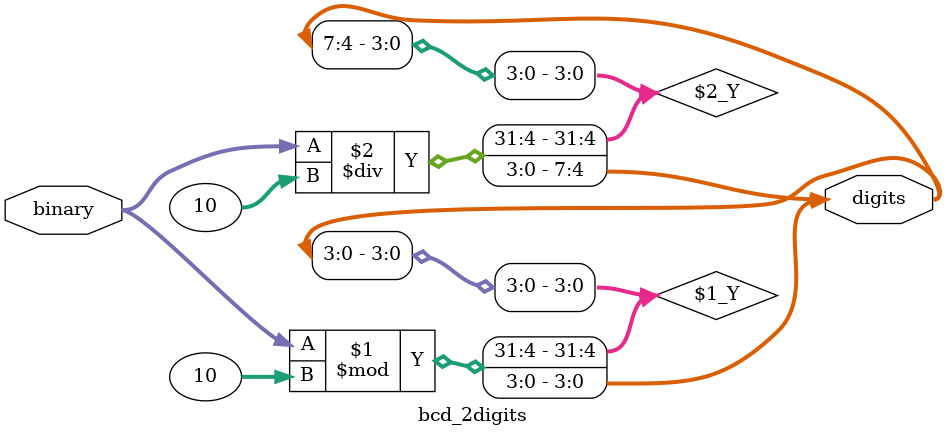
<source format=v>
module bcd_2digits (binary,digits);
	input[7:0] binary;
	
	output[7:0]digits;
	
	wire[7:0] digits;
	
	assign digits[3:0] = binary%10;
	assign digits[7:4] = binary/10;
endmodule 
</source>
